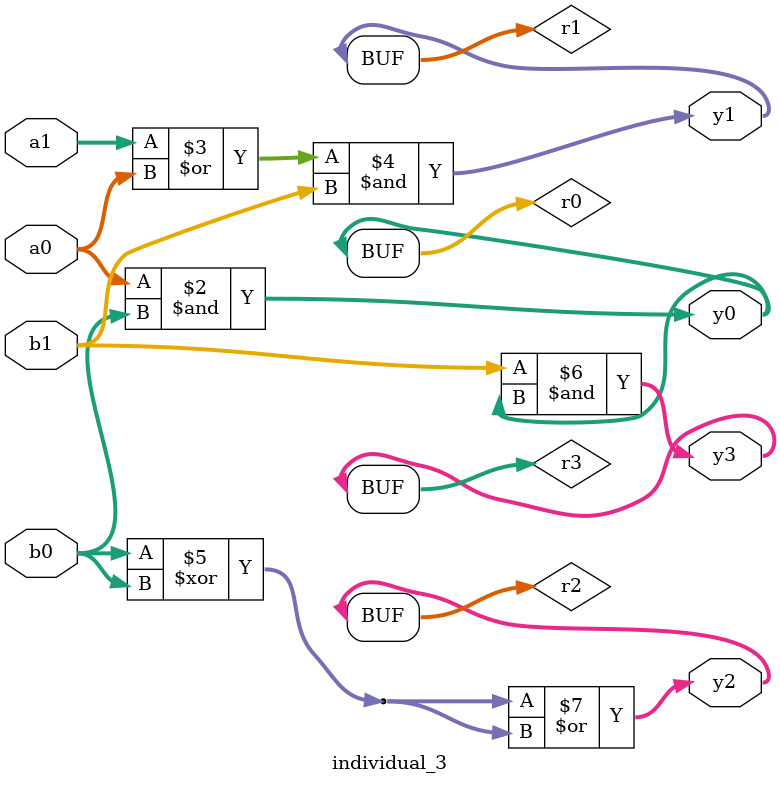
<source format=sv>
module individual_3(input logic [15:0] a1, input logic [15:0] a0, input logic [15:0] b1, input logic [15:0] b0, output logic [15:0] y3, output logic [15:0] y2, output logic [15:0] y1, output logic [15:0] y0);
logic [15:0] r0, r1, r2, r3; 
 always@(*) begin 
	 r0 = a0; r1 = a1; r2 = b0; r3 = b1; 
 	 r0  &=  r2 ;
 	 r1  |=  a0 ;
 	 r1  &=  b1 ;
 	 r2  ^=  b0 ;
 	 r3  &=  r0 ;
 	 r2  |=  r2 ;
 	 y3 = r3; y2 = r2; y1 = r1; y0 = r0; 
end
endmodule
</source>
